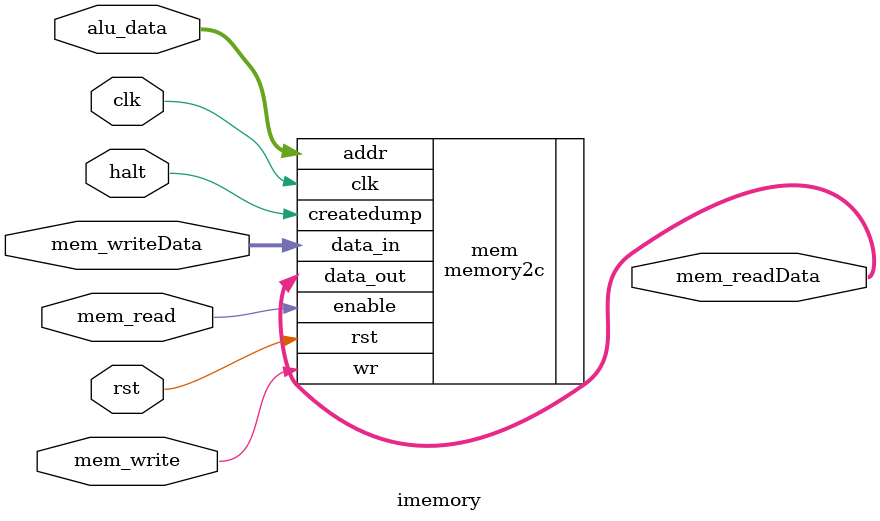
<source format=v>
module imemory(clk, rst, mem_write, mem_read, halt, mem_writeData, alu_data, mem_readData);
	
	input clk, rst, halt, mem_read, mem_write;
	input [15:0]  mem_writeData, alu_data;//inputs from EXECUTE pipe
	output [15:0] mem_readData; //output to WB
	
//DATA MEMORY
									//mem read eacts like the enable signal for the memory unit
memory2c mem(.data_out(mem_readData), .data_in(mem_writeData), .addr(alu_data), .enable(mem_read), .createdump(halt), 
				.wr(mem_write), .clk(clk), .rst(rst));


endmodule
</source>
